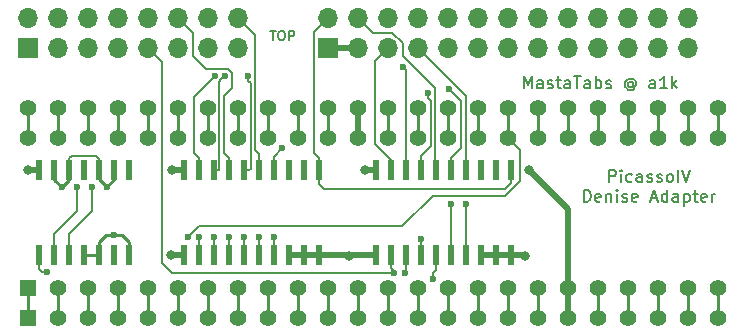
<source format=gtl>
G04 #@! TF.GenerationSoftware,KiCad,Pcbnew,5.1.5*
G04 #@! TF.CreationDate,2020-05-31T21:03:52+02:00*
G04 #@! TF.ProjectId,PIV_DeniseAdap,5049565f-4465-46e6-9973-65416461702e,rev?*
G04 #@! TF.SameCoordinates,Original*
G04 #@! TF.FileFunction,Copper,L1,Top*
G04 #@! TF.FilePolarity,Positive*
%FSLAX46Y46*%
G04 Gerber Fmt 4.6, Leading zero omitted, Abs format (unit mm)*
G04 Created by KiCad (PCBNEW 5.1.5) date 2020-05-31 21:03:52*
%MOMM*%
%LPD*%
G04 APERTURE LIST*
%ADD10C,0.152400*%
%ADD11R,0.568000X1.741399*%
%ADD12O,1.700000X1.700000*%
%ADD13R,1.700000X1.700000*%
%ADD14C,1.399540*%
%ADD15R,1.399540X1.399540*%
%ADD16C,0.800000*%
%ADD17C,0.600000*%
%ADD18C,0.508000*%
%ADD19C,0.254000*%
G04 APERTURE END LIST*
D10*
X172405523Y-97728919D02*
X172405523Y-96712919D01*
X172792571Y-96712919D01*
X172889333Y-96761300D01*
X172937714Y-96809680D01*
X172986095Y-96906442D01*
X172986095Y-97051585D01*
X172937714Y-97148347D01*
X172889333Y-97196728D01*
X172792571Y-97245109D01*
X172405523Y-97245109D01*
X173421523Y-97728919D02*
X173421523Y-97051585D01*
X173421523Y-96712919D02*
X173373142Y-96761300D01*
X173421523Y-96809680D01*
X173469904Y-96761300D01*
X173421523Y-96712919D01*
X173421523Y-96809680D01*
X174340761Y-97680538D02*
X174244000Y-97728919D01*
X174050476Y-97728919D01*
X173953714Y-97680538D01*
X173905333Y-97632157D01*
X173856952Y-97535395D01*
X173856952Y-97245109D01*
X173905333Y-97148347D01*
X173953714Y-97099966D01*
X174050476Y-97051585D01*
X174244000Y-97051585D01*
X174340761Y-97099966D01*
X175211619Y-97728919D02*
X175211619Y-97196728D01*
X175163238Y-97099966D01*
X175066476Y-97051585D01*
X174872952Y-97051585D01*
X174776190Y-97099966D01*
X175211619Y-97680538D02*
X175114857Y-97728919D01*
X174872952Y-97728919D01*
X174776190Y-97680538D01*
X174727809Y-97583776D01*
X174727809Y-97487014D01*
X174776190Y-97390252D01*
X174872952Y-97341871D01*
X175114857Y-97341871D01*
X175211619Y-97293490D01*
X175647047Y-97680538D02*
X175743809Y-97728919D01*
X175937333Y-97728919D01*
X176034095Y-97680538D01*
X176082476Y-97583776D01*
X176082476Y-97535395D01*
X176034095Y-97438633D01*
X175937333Y-97390252D01*
X175792190Y-97390252D01*
X175695428Y-97341871D01*
X175647047Y-97245109D01*
X175647047Y-97196728D01*
X175695428Y-97099966D01*
X175792190Y-97051585D01*
X175937333Y-97051585D01*
X176034095Y-97099966D01*
X176469523Y-97680538D02*
X176566285Y-97728919D01*
X176759809Y-97728919D01*
X176856571Y-97680538D01*
X176904952Y-97583776D01*
X176904952Y-97535395D01*
X176856571Y-97438633D01*
X176759809Y-97390252D01*
X176614666Y-97390252D01*
X176517904Y-97341871D01*
X176469523Y-97245109D01*
X176469523Y-97196728D01*
X176517904Y-97099966D01*
X176614666Y-97051585D01*
X176759809Y-97051585D01*
X176856571Y-97099966D01*
X177485523Y-97728919D02*
X177388761Y-97680538D01*
X177340380Y-97632157D01*
X177292000Y-97535395D01*
X177292000Y-97245109D01*
X177340380Y-97148347D01*
X177388761Y-97099966D01*
X177485523Y-97051585D01*
X177630666Y-97051585D01*
X177727428Y-97099966D01*
X177775809Y-97148347D01*
X177824190Y-97245109D01*
X177824190Y-97535395D01*
X177775809Y-97632157D01*
X177727428Y-97680538D01*
X177630666Y-97728919D01*
X177485523Y-97728919D01*
X178259619Y-97728919D02*
X178259619Y-96712919D01*
X178598285Y-96712919D02*
X178936952Y-97728919D01*
X179275619Y-96712919D01*
X170276761Y-99405319D02*
X170276761Y-98389319D01*
X170518666Y-98389319D01*
X170663809Y-98437700D01*
X170760571Y-98534461D01*
X170808952Y-98631223D01*
X170857333Y-98824747D01*
X170857333Y-98969890D01*
X170808952Y-99163414D01*
X170760571Y-99260176D01*
X170663809Y-99356938D01*
X170518666Y-99405319D01*
X170276761Y-99405319D01*
X171679809Y-99356938D02*
X171583047Y-99405319D01*
X171389523Y-99405319D01*
X171292761Y-99356938D01*
X171244380Y-99260176D01*
X171244380Y-98873128D01*
X171292761Y-98776366D01*
X171389523Y-98727985D01*
X171583047Y-98727985D01*
X171679809Y-98776366D01*
X171728190Y-98873128D01*
X171728190Y-98969890D01*
X171244380Y-99066652D01*
X172163619Y-98727985D02*
X172163619Y-99405319D01*
X172163619Y-98824747D02*
X172212000Y-98776366D01*
X172308761Y-98727985D01*
X172453904Y-98727985D01*
X172550666Y-98776366D01*
X172599047Y-98873128D01*
X172599047Y-99405319D01*
X173082857Y-99405319D02*
X173082857Y-98727985D01*
X173082857Y-98389319D02*
X173034476Y-98437700D01*
X173082857Y-98486080D01*
X173131238Y-98437700D01*
X173082857Y-98389319D01*
X173082857Y-98486080D01*
X173518285Y-99356938D02*
X173615047Y-99405319D01*
X173808571Y-99405319D01*
X173905333Y-99356938D01*
X173953714Y-99260176D01*
X173953714Y-99211795D01*
X173905333Y-99115033D01*
X173808571Y-99066652D01*
X173663428Y-99066652D01*
X173566666Y-99018271D01*
X173518285Y-98921509D01*
X173518285Y-98873128D01*
X173566666Y-98776366D01*
X173663428Y-98727985D01*
X173808571Y-98727985D01*
X173905333Y-98776366D01*
X174776190Y-99356938D02*
X174679428Y-99405319D01*
X174485904Y-99405319D01*
X174389142Y-99356938D01*
X174340761Y-99260176D01*
X174340761Y-98873128D01*
X174389142Y-98776366D01*
X174485904Y-98727985D01*
X174679428Y-98727985D01*
X174776190Y-98776366D01*
X174824571Y-98873128D01*
X174824571Y-98969890D01*
X174340761Y-99066652D01*
X175985714Y-99115033D02*
X176469523Y-99115033D01*
X175888952Y-99405319D02*
X176227619Y-98389319D01*
X176566285Y-99405319D01*
X177340380Y-99405319D02*
X177340380Y-98389319D01*
X177340380Y-99356938D02*
X177243619Y-99405319D01*
X177050095Y-99405319D01*
X176953333Y-99356938D01*
X176904952Y-99308557D01*
X176856571Y-99211795D01*
X176856571Y-98921509D01*
X176904952Y-98824747D01*
X176953333Y-98776366D01*
X177050095Y-98727985D01*
X177243619Y-98727985D01*
X177340380Y-98776366D01*
X178259619Y-99405319D02*
X178259619Y-98873128D01*
X178211238Y-98776366D01*
X178114476Y-98727985D01*
X177920952Y-98727985D01*
X177824190Y-98776366D01*
X178259619Y-99356938D02*
X178162857Y-99405319D01*
X177920952Y-99405319D01*
X177824190Y-99356938D01*
X177775809Y-99260176D01*
X177775809Y-99163414D01*
X177824190Y-99066652D01*
X177920952Y-99018271D01*
X178162857Y-99018271D01*
X178259619Y-98969890D01*
X178743428Y-98727985D02*
X178743428Y-99743985D01*
X178743428Y-98776366D02*
X178840190Y-98727985D01*
X179033714Y-98727985D01*
X179130476Y-98776366D01*
X179178857Y-98824747D01*
X179227238Y-98921509D01*
X179227238Y-99211795D01*
X179178857Y-99308557D01*
X179130476Y-99356938D01*
X179033714Y-99405319D01*
X178840190Y-99405319D01*
X178743428Y-99356938D01*
X179517523Y-98727985D02*
X179904571Y-98727985D01*
X179662666Y-98389319D02*
X179662666Y-99260176D01*
X179711047Y-99356938D01*
X179807809Y-99405319D01*
X179904571Y-99405319D01*
X180630285Y-99356938D02*
X180533523Y-99405319D01*
X180340000Y-99405319D01*
X180243238Y-99356938D01*
X180194857Y-99260176D01*
X180194857Y-98873128D01*
X180243238Y-98776366D01*
X180340000Y-98727985D01*
X180533523Y-98727985D01*
X180630285Y-98776366D01*
X180678666Y-98873128D01*
X180678666Y-98969890D01*
X180194857Y-99066652D01*
X181114095Y-99405319D02*
X181114095Y-98727985D01*
X181114095Y-98921509D02*
X181162476Y-98824747D01*
X181210857Y-98776366D01*
X181307619Y-98727985D01*
X181404380Y-98727985D01*
X143715619Y-84898895D02*
X144180076Y-84898895D01*
X143947847Y-85711695D02*
X143947847Y-84898895D01*
X144605828Y-84898895D02*
X144760647Y-84898895D01*
X144838057Y-84937600D01*
X144915466Y-85015009D01*
X144954171Y-85169828D01*
X144954171Y-85440761D01*
X144915466Y-85595580D01*
X144838057Y-85672990D01*
X144760647Y-85711695D01*
X144605828Y-85711695D01*
X144528419Y-85672990D01*
X144451009Y-85595580D01*
X144412304Y-85440761D01*
X144412304Y-85169828D01*
X144451009Y-85015009D01*
X144528419Y-84937600D01*
X144605828Y-84898895D01*
X145302514Y-85711695D02*
X145302514Y-84898895D01*
X145612152Y-84898895D01*
X145689561Y-84937600D01*
X145728266Y-84976304D01*
X145766971Y-85053714D01*
X145766971Y-85169828D01*
X145728266Y-85247238D01*
X145689561Y-85285942D01*
X145612152Y-85324647D01*
X145302514Y-85324647D01*
X165181642Y-89804119D02*
X165181642Y-88788119D01*
X165520309Y-89513833D01*
X165858976Y-88788119D01*
X165858976Y-89804119D01*
X166778214Y-89804119D02*
X166778214Y-89271928D01*
X166729833Y-89175166D01*
X166633071Y-89126785D01*
X166439547Y-89126785D01*
X166342785Y-89175166D01*
X166778214Y-89755738D02*
X166681452Y-89804119D01*
X166439547Y-89804119D01*
X166342785Y-89755738D01*
X166294404Y-89658976D01*
X166294404Y-89562214D01*
X166342785Y-89465452D01*
X166439547Y-89417071D01*
X166681452Y-89417071D01*
X166778214Y-89368690D01*
X167213642Y-89755738D02*
X167310404Y-89804119D01*
X167503928Y-89804119D01*
X167600690Y-89755738D01*
X167649071Y-89658976D01*
X167649071Y-89610595D01*
X167600690Y-89513833D01*
X167503928Y-89465452D01*
X167358785Y-89465452D01*
X167262023Y-89417071D01*
X167213642Y-89320309D01*
X167213642Y-89271928D01*
X167262023Y-89175166D01*
X167358785Y-89126785D01*
X167503928Y-89126785D01*
X167600690Y-89175166D01*
X167939357Y-89126785D02*
X168326404Y-89126785D01*
X168084500Y-88788119D02*
X168084500Y-89658976D01*
X168132880Y-89755738D01*
X168229642Y-89804119D01*
X168326404Y-89804119D01*
X169100500Y-89804119D02*
X169100500Y-89271928D01*
X169052119Y-89175166D01*
X168955357Y-89126785D01*
X168761833Y-89126785D01*
X168665071Y-89175166D01*
X169100500Y-89755738D02*
X169003738Y-89804119D01*
X168761833Y-89804119D01*
X168665071Y-89755738D01*
X168616690Y-89658976D01*
X168616690Y-89562214D01*
X168665071Y-89465452D01*
X168761833Y-89417071D01*
X169003738Y-89417071D01*
X169100500Y-89368690D01*
X169439166Y-88788119D02*
X170019738Y-88788119D01*
X169729452Y-89804119D02*
X169729452Y-88788119D01*
X170793833Y-89804119D02*
X170793833Y-89271928D01*
X170745452Y-89175166D01*
X170648690Y-89126785D01*
X170455166Y-89126785D01*
X170358404Y-89175166D01*
X170793833Y-89755738D02*
X170697071Y-89804119D01*
X170455166Y-89804119D01*
X170358404Y-89755738D01*
X170310023Y-89658976D01*
X170310023Y-89562214D01*
X170358404Y-89465452D01*
X170455166Y-89417071D01*
X170697071Y-89417071D01*
X170793833Y-89368690D01*
X171277642Y-89804119D02*
X171277642Y-88788119D01*
X171277642Y-89175166D02*
X171374404Y-89126785D01*
X171567928Y-89126785D01*
X171664690Y-89175166D01*
X171713071Y-89223547D01*
X171761452Y-89320309D01*
X171761452Y-89610595D01*
X171713071Y-89707357D01*
X171664690Y-89755738D01*
X171567928Y-89804119D01*
X171374404Y-89804119D01*
X171277642Y-89755738D01*
X172148500Y-89755738D02*
X172245261Y-89804119D01*
X172438785Y-89804119D01*
X172535547Y-89755738D01*
X172583928Y-89658976D01*
X172583928Y-89610595D01*
X172535547Y-89513833D01*
X172438785Y-89465452D01*
X172293642Y-89465452D01*
X172196880Y-89417071D01*
X172148500Y-89320309D01*
X172148500Y-89271928D01*
X172196880Y-89175166D01*
X172293642Y-89126785D01*
X172438785Y-89126785D01*
X172535547Y-89175166D01*
X174422404Y-89320309D02*
X174374023Y-89271928D01*
X174277261Y-89223547D01*
X174180500Y-89223547D01*
X174083738Y-89271928D01*
X174035357Y-89320309D01*
X173986976Y-89417071D01*
X173986976Y-89513833D01*
X174035357Y-89610595D01*
X174083738Y-89658976D01*
X174180500Y-89707357D01*
X174277261Y-89707357D01*
X174374023Y-89658976D01*
X174422404Y-89610595D01*
X174422404Y-89223547D02*
X174422404Y-89610595D01*
X174470785Y-89658976D01*
X174519166Y-89658976D01*
X174615928Y-89610595D01*
X174664309Y-89513833D01*
X174664309Y-89271928D01*
X174567547Y-89126785D01*
X174422404Y-89030023D01*
X174228880Y-88981642D01*
X174035357Y-89030023D01*
X173890214Y-89126785D01*
X173793452Y-89271928D01*
X173745071Y-89465452D01*
X173793452Y-89658976D01*
X173890214Y-89804119D01*
X174035357Y-89900880D01*
X174228880Y-89949261D01*
X174422404Y-89900880D01*
X174567547Y-89804119D01*
X176309261Y-89804119D02*
X176309261Y-89271928D01*
X176260880Y-89175166D01*
X176164119Y-89126785D01*
X175970595Y-89126785D01*
X175873833Y-89175166D01*
X176309261Y-89755738D02*
X176212500Y-89804119D01*
X175970595Y-89804119D01*
X175873833Y-89755738D01*
X175825452Y-89658976D01*
X175825452Y-89562214D01*
X175873833Y-89465452D01*
X175970595Y-89417071D01*
X176212500Y-89417071D01*
X176309261Y-89368690D01*
X177325261Y-89804119D02*
X176744690Y-89804119D01*
X177034976Y-89804119D02*
X177034976Y-88788119D01*
X176938214Y-88933261D01*
X176841452Y-89030023D01*
X176744690Y-89078404D01*
X177760690Y-89804119D02*
X177760690Y-88788119D01*
X177857452Y-89417071D02*
X178147738Y-89804119D01*
X178147738Y-89126785D02*
X177760690Y-89513833D01*
D11*
X124142500Y-96748600D03*
X125412500Y-96748600D03*
X126682500Y-96748600D03*
X127952500Y-96748600D03*
X129222500Y-96748600D03*
X130492500Y-96748600D03*
X131762500Y-96748600D03*
X131762500Y-103911400D03*
X130492500Y-103911400D03*
X129222500Y-103911400D03*
X127952500Y-103911400D03*
X126682500Y-103911400D03*
X125412500Y-103911400D03*
X124142500Y-103911400D03*
X136398000Y-96748600D03*
X137668000Y-96748600D03*
X138938000Y-96748600D03*
X140208000Y-96748600D03*
X141478000Y-96748600D03*
X142748000Y-96748600D03*
X144018000Y-96748600D03*
X145288000Y-96748600D03*
X146558000Y-96748600D03*
X147828000Y-96748600D03*
X147828000Y-103911400D03*
X146558000Y-103911400D03*
X145288000Y-103911400D03*
X144018000Y-103911400D03*
X142748000Y-103911400D03*
X141478000Y-103911400D03*
X140208000Y-103911400D03*
X138938000Y-103911400D03*
X137668000Y-103911400D03*
X136398000Y-103911400D03*
X152654000Y-96748600D03*
X153924000Y-96748600D03*
X155194000Y-96748600D03*
X156464000Y-96748600D03*
X157734000Y-96748600D03*
X159004000Y-96748600D03*
X160274000Y-96748600D03*
X161544000Y-96748600D03*
X162814000Y-96748600D03*
X164084000Y-96748600D03*
X164084000Y-103911400D03*
X162814000Y-103911400D03*
X161544000Y-103911400D03*
X160274000Y-103911400D03*
X159004000Y-103911400D03*
X157734000Y-103911400D03*
X156464000Y-103911400D03*
X155194000Y-103911400D03*
X153924000Y-103911400D03*
X152654000Y-103911400D03*
D12*
X179070000Y-83820000D03*
X179070000Y-86360000D03*
X176530000Y-83820000D03*
X176530000Y-86360000D03*
X173990000Y-83820000D03*
X173990000Y-86360000D03*
X171450000Y-83820000D03*
X171450000Y-86360000D03*
X168910000Y-83820000D03*
X168910000Y-86360000D03*
X166370000Y-83820000D03*
X166370000Y-86360000D03*
X163830000Y-83820000D03*
X163830000Y-86360000D03*
X161290000Y-83820000D03*
X161290000Y-86360000D03*
X158750000Y-83820000D03*
X158750000Y-86360000D03*
X156210000Y-83820000D03*
X156210000Y-86360000D03*
X153670000Y-83820000D03*
X153670000Y-86360000D03*
X151130000Y-83820000D03*
X151130000Y-86360000D03*
X148590000Y-83820000D03*
D13*
X148590000Y-86360000D03*
D12*
X140970000Y-83820000D03*
X140970000Y-86360000D03*
X138430000Y-83820000D03*
X138430000Y-86360000D03*
X135890000Y-83820000D03*
X135890000Y-86360000D03*
X133350000Y-83820000D03*
X133350000Y-86360000D03*
X130810000Y-83820000D03*
X130810000Y-86360000D03*
X128270000Y-83820000D03*
X128270000Y-86360000D03*
X125730000Y-83820000D03*
X125730000Y-86360000D03*
X123190000Y-83820000D03*
D13*
X123190000Y-86360000D03*
D14*
X123190000Y-93980000D03*
X125730000Y-93980000D03*
X128270000Y-93980000D03*
X130810000Y-93980000D03*
X133350000Y-93980000D03*
X135890000Y-93980000D03*
X138430000Y-93980000D03*
X140970000Y-93980000D03*
X143510000Y-93980000D03*
X146050000Y-93980000D03*
X148590000Y-93980000D03*
X151130000Y-93980000D03*
X153670000Y-93980000D03*
X156210000Y-93980000D03*
X158750000Y-93980000D03*
X161290000Y-93980000D03*
X163830000Y-93980000D03*
X166370000Y-93980000D03*
X168910000Y-93980000D03*
X171450000Y-93980000D03*
X173990000Y-93980000D03*
X176530000Y-93980000D03*
X179070000Y-93980000D03*
X181610000Y-93980000D03*
X181610000Y-109220000D03*
X179070000Y-109220000D03*
X176530000Y-109220000D03*
X173990000Y-109220000D03*
X171450000Y-109220000D03*
X168910000Y-109220000D03*
X166370000Y-109220000D03*
X163830000Y-109220000D03*
X161290000Y-109220000D03*
X158750000Y-109220000D03*
X156210000Y-109220000D03*
X153670000Y-109220000D03*
X151130000Y-109220000D03*
X148590000Y-109220000D03*
X146050000Y-109220000D03*
X143510000Y-109220000D03*
X140970000Y-109220000D03*
X138430000Y-109220000D03*
X135890000Y-109220000D03*
X133350000Y-109220000D03*
X130810000Y-109220000D03*
X128270000Y-109220000D03*
X125730000Y-109220000D03*
D15*
X123190000Y-109220000D03*
D14*
X123190000Y-91440000D03*
X125730000Y-91440000D03*
X128270000Y-91440000D03*
X130810000Y-91440000D03*
X133350000Y-91440000D03*
X135890000Y-91440000D03*
X138430000Y-91440000D03*
X140970000Y-91440000D03*
X143510000Y-91440000D03*
X146050000Y-91440000D03*
X148590000Y-91440000D03*
X151130000Y-91440000D03*
X153670000Y-91440000D03*
X156210000Y-91440000D03*
X158750000Y-91440000D03*
X161290000Y-91440000D03*
X163830000Y-91440000D03*
X166370000Y-91440000D03*
X168910000Y-91440000D03*
X171450000Y-91440000D03*
X173990000Y-91440000D03*
X176530000Y-91440000D03*
X179070000Y-91440000D03*
X181610000Y-91440000D03*
X181610000Y-106680000D03*
X179070000Y-106680000D03*
X176530000Y-106680000D03*
X173990000Y-106680000D03*
X171450000Y-106680000D03*
X168910000Y-106680000D03*
X166370000Y-106680000D03*
X163830000Y-106680000D03*
X161290000Y-106680000D03*
X158750000Y-106680000D03*
X156210000Y-106680000D03*
X153670000Y-106680000D03*
X151130000Y-106680000D03*
X148590000Y-106680000D03*
X146050000Y-106680000D03*
X143510000Y-106680000D03*
X140970000Y-106680000D03*
X138430000Y-106680000D03*
X135890000Y-106680000D03*
X133350000Y-106680000D03*
X130810000Y-106680000D03*
X128270000Y-106680000D03*
X125730000Y-106680000D03*
D15*
X123190000Y-106680000D03*
D16*
X150368000Y-103949500D03*
X135318500Y-103886000D03*
X165290500Y-103949500D03*
D17*
X126047500Y-98171000D03*
X129857500Y-98107500D03*
X129857500Y-98107500D03*
X130492500Y-102235000D03*
D16*
X165608000Y-96710500D03*
X135382000Y-96710500D03*
X151701500Y-96710500D03*
X123190000Y-96710500D03*
D17*
X136779000Y-102362000D03*
X124777500Y-105346500D03*
X159004000Y-99568000D03*
X160274000Y-99572710D03*
X137668000Y-102362000D03*
X138938000Y-102362000D03*
X140208000Y-102362000D03*
X141478000Y-102362000D03*
X142748000Y-102362000D03*
X144018000Y-102362000D03*
X156464000Y-102557210D03*
X155165713Y-105468790D03*
X154178000Y-105410000D03*
X157480000Y-105918000D03*
X157035494Y-90170000D03*
X158877000Y-89852500D03*
X144716500Y-94869000D03*
X127317484Y-98107500D03*
X128587500Y-98107500D03*
X141854290Y-88733379D03*
X154940000Y-87947500D03*
X139892743Y-88740332D03*
X139065000Y-88733379D03*
D18*
X151130000Y-93980000D02*
X151130000Y-91440000D01*
X150406100Y-103911400D02*
X150368000Y-103949500D01*
X152654000Y-103911400D02*
X150406100Y-103911400D01*
X150329900Y-103911400D02*
X150368000Y-103949500D01*
X147828000Y-103911400D02*
X150329900Y-103911400D01*
X136398000Y-103911400D02*
X135343900Y-103911400D01*
X135343900Y-103911400D02*
X135318500Y-103886000D01*
X164084000Y-103911400D02*
X165252400Y-103911400D01*
X165252400Y-103911400D02*
X165290500Y-103949500D01*
D19*
X125412500Y-96748600D02*
X125412500Y-97536000D01*
X125412500Y-97536000D02*
X126047500Y-98171000D01*
X126682500Y-97536000D02*
X126682500Y-96748600D01*
X126047500Y-98171000D02*
X126682500Y-97536000D01*
X129222500Y-96748600D02*
X129222500Y-97472500D01*
X129222500Y-97472500D02*
X129857500Y-98107500D01*
X130492500Y-97472500D02*
X130492500Y-96748600D01*
X129857500Y-98107500D02*
X130492500Y-97472500D01*
X127952500Y-103911400D02*
X129222500Y-103911400D01*
X129222500Y-102786701D02*
X129837701Y-102171500D01*
X129222500Y-103911400D02*
X129222500Y-102786701D01*
X129837701Y-102171500D02*
X130429000Y-102171500D01*
X130429000Y-102171500D02*
X130492500Y-102235000D01*
X131762500Y-102786701D02*
X131762500Y-103911400D01*
X131210799Y-102235000D02*
X131762500Y-102786701D01*
X130492500Y-102235000D02*
X131210799Y-102235000D01*
D10*
X129222500Y-95758000D02*
X129222500Y-96748600D01*
X128968500Y-95504000D02*
X129222500Y-95758000D01*
X126904001Y-95504000D02*
X128968500Y-95504000D01*
X126682500Y-96748600D02*
X126682500Y-95725501D01*
X126682500Y-95725501D02*
X126904001Y-95504000D01*
D18*
X164084000Y-103911400D02*
X162814000Y-103911400D01*
X162814000Y-103911400D02*
X161544000Y-103911400D01*
X147828000Y-103911400D02*
X146558000Y-103911400D01*
X146558000Y-103911400D02*
X145288000Y-103911400D01*
X148590000Y-86360000D02*
X151130000Y-86360000D01*
X168910000Y-109220000D02*
X168910000Y-106680000D01*
X168910000Y-106680000D02*
X168910000Y-100012500D01*
X168910000Y-100012500D02*
X165608000Y-96710500D01*
X136359900Y-96710500D02*
X136398000Y-96748600D01*
X135382000Y-96710500D02*
X136359900Y-96710500D01*
X151739600Y-96748600D02*
X151701500Y-96710500D01*
X152654000Y-96748600D02*
X151739600Y-96748600D01*
X124104400Y-96710500D02*
X124142500Y-96748600D01*
X123190000Y-96710500D02*
X124104400Y-96710500D01*
D19*
X123190000Y-93980000D02*
X123190000Y-91440000D01*
X125730000Y-93980000D02*
X125730000Y-91440000D01*
X128270000Y-93980000D02*
X128270000Y-91440000D01*
X130810000Y-93980000D02*
X130810000Y-91440000D01*
X133350000Y-93980000D02*
X133350000Y-91440000D01*
X135890000Y-93980000D02*
X135890000Y-91440000D01*
X138430000Y-93980000D02*
X138430000Y-91440000D01*
X140970000Y-93980000D02*
X140970000Y-91440000D01*
X143510000Y-93980000D02*
X143510000Y-91440000D01*
X146050000Y-93980000D02*
X146050000Y-91440000D01*
X148590000Y-93980000D02*
X148590000Y-91440000D01*
X153670000Y-93980000D02*
X153670000Y-91440000D01*
X156210000Y-93980000D02*
X156210000Y-91440000D01*
X158750000Y-93980000D02*
X158750000Y-91440000D01*
X161290000Y-93980000D02*
X161290000Y-91440000D01*
X163830000Y-93980000D02*
X163830000Y-91440000D01*
D10*
X163830000Y-93980000D02*
X164846000Y-94996000D01*
X164846000Y-97638462D02*
X163614962Y-98869500D01*
X164846000Y-94996000D02*
X164846000Y-97638462D01*
X163614962Y-98869500D02*
X157480000Y-98869500D01*
X157480000Y-98869500D02*
X154876500Y-101473000D01*
X154876500Y-101473000D02*
X137668000Y-101473000D01*
X137668000Y-101473000D02*
X136779000Y-102362000D01*
X124142500Y-105092500D02*
X124142500Y-103911400D01*
X124777500Y-105346500D02*
X124396500Y-105346500D01*
X124396500Y-105346500D02*
X124142500Y-105092500D01*
D19*
X166370000Y-93980000D02*
X166370000Y-91440000D01*
D10*
X159004000Y-99568000D02*
X159004000Y-103911400D01*
D19*
X168910000Y-93980000D02*
X168910000Y-91440000D01*
D10*
X160274000Y-103911400D02*
X160274000Y-99572710D01*
D19*
X171450000Y-93980000D02*
X171450000Y-91440000D01*
D10*
X137668000Y-102362000D02*
X137668000Y-103911400D01*
D19*
X173990000Y-93980000D02*
X173990000Y-91440000D01*
D10*
X138938000Y-102362000D02*
X138938000Y-103911400D01*
D19*
X176530000Y-93980000D02*
X176530000Y-91440000D01*
D10*
X140208000Y-102362000D02*
X140208000Y-103911400D01*
D19*
X179070000Y-93980000D02*
X179070000Y-91440000D01*
D10*
X141478000Y-102362000D02*
X141478000Y-103911400D01*
D19*
X181610000Y-93980000D02*
X181610000Y-91440000D01*
D10*
X142748000Y-102362000D02*
X142748000Y-103911400D01*
D19*
X181610000Y-109220000D02*
X181610000Y-106680000D01*
D10*
X144018000Y-102786264D02*
X144018000Y-103911400D01*
X144018000Y-102362000D02*
X144018000Y-102786264D01*
D19*
X179070000Y-109220000D02*
X179070000Y-106680000D01*
D10*
X156464000Y-103911400D02*
X156464000Y-102557210D01*
D19*
X176530000Y-109220000D02*
X176530000Y-106680000D01*
D10*
X155194000Y-105440503D02*
X155165713Y-105468790D01*
X155194000Y-103911400D02*
X155194000Y-105440503D01*
D19*
X173990000Y-109220000D02*
X173990000Y-106680000D01*
D10*
X153924000Y-105029000D02*
X153924000Y-103911400D01*
X154178000Y-105410000D02*
X154178000Y-105283000D01*
X154178000Y-105283000D02*
X153924000Y-105029000D01*
X134199999Y-87209999D02*
X133350000Y-86360000D01*
X134556500Y-87566500D02*
X134199999Y-87209999D01*
X134556500Y-104584500D02*
X134556500Y-87566500D01*
X154178000Y-105410000D02*
X135382000Y-105410000D01*
X135382000Y-105410000D02*
X134556500Y-104584500D01*
D19*
X171450000Y-109220000D02*
X171450000Y-106680000D01*
D10*
X157480000Y-105918000D02*
X157480000Y-105410000D01*
X157734000Y-105156000D02*
X157734000Y-103911400D01*
X157480000Y-105410000D02*
X157734000Y-105156000D01*
D19*
X166370000Y-109220000D02*
X166370000Y-106680000D01*
X163830000Y-109220000D02*
X163830000Y-106680000D01*
X161290000Y-109220000D02*
X161290000Y-106680000D01*
X158750000Y-109220000D02*
X158750000Y-106680000D01*
X156210000Y-109220000D02*
X156210000Y-106680000D01*
X153670000Y-109220000D02*
X153670000Y-106680000D01*
X151130000Y-109220000D02*
X151130000Y-106680000D01*
X148590000Y-109220000D02*
X148590000Y-106680000D01*
X146050000Y-109220000D02*
X146050000Y-106680000D01*
X143510000Y-109220000D02*
X143510000Y-106680000D01*
X140970000Y-109220000D02*
X140970000Y-106680000D01*
X138430000Y-109220000D02*
X138430000Y-106680000D01*
X135890000Y-109220000D02*
X135890000Y-106680000D01*
X133350000Y-109220000D02*
X133350000Y-106680000D01*
X130810000Y-109220000D02*
X130810000Y-106680000D01*
X128270000Y-109220000D02*
X128270000Y-106680000D01*
X125730000Y-109220000D02*
X125730000Y-106680000D01*
X123190000Y-109220000D02*
X123190000Y-106680000D01*
D10*
X142430500Y-85280500D02*
X141819999Y-84669999D01*
X141819999Y-84669999D02*
X140970000Y-83820000D01*
X142748000Y-96748600D02*
X142748000Y-95360750D01*
X142430500Y-95043250D02*
X142430500Y-85280500D01*
X142748000Y-95360750D02*
X142430500Y-95043250D01*
X157318089Y-94649911D02*
X157318089Y-90876859D01*
X156464000Y-96748600D02*
X156464000Y-95504000D01*
X156464000Y-95504000D02*
X157318089Y-94649911D01*
X157318089Y-90876859D02*
X157035494Y-90594264D01*
X157035494Y-90594264D02*
X157035494Y-90170000D01*
X159893000Y-94836501D02*
X159893000Y-90868500D01*
X159176999Y-90152499D02*
X158877000Y-89852500D01*
X159004000Y-95725501D02*
X159893000Y-94836501D01*
X159893000Y-90868500D02*
X159176999Y-90152499D01*
X159004000Y-96748600D02*
X159004000Y-95725501D01*
X137160000Y-85090000D02*
X137160000Y-87058500D01*
X139771600Y-90479400D02*
X139771600Y-95289101D01*
X139771600Y-95289101D02*
X140208000Y-95725501D01*
X140208000Y-95725501D02*
X140208000Y-96748600D01*
X140468944Y-89782056D02*
X139771600Y-90479400D01*
X137160000Y-87058500D02*
X138258677Y-88157177D01*
X135890000Y-83820000D02*
X137160000Y-85090000D01*
X140468944Y-88463755D02*
X140468944Y-89782056D01*
X140162368Y-88157177D02*
X140468944Y-88463755D01*
X138258677Y-88157177D02*
X140162368Y-88157177D01*
X144018000Y-95725501D02*
X144018000Y-96748600D01*
X144716500Y-94869000D02*
X144018000Y-95567500D01*
X144018000Y-95567500D02*
X144018000Y-95725501D01*
X125412500Y-103911400D02*
X125412500Y-102108000D01*
X127317484Y-100203016D02*
X127317484Y-98107500D01*
X125412500Y-102108000D02*
X127317484Y-100203016D01*
X128587500Y-98531764D02*
X128587500Y-98107500D01*
X126682500Y-103911400D02*
X126682500Y-102116685D01*
X128587500Y-100211685D02*
X128587500Y-98531764D01*
X126682500Y-102116685D02*
X128587500Y-100211685D01*
X141478000Y-96748600D02*
X141914400Y-96748600D01*
X141854290Y-89157643D02*
X141854290Y-88733379D01*
X142078089Y-89381442D02*
X141854290Y-89157643D01*
X142078089Y-96584911D02*
X142078089Y-89381442D01*
X141914400Y-96748600D02*
X142078089Y-96584911D01*
X155194000Y-96748600D02*
X155194000Y-88201500D01*
X155194000Y-88201500D02*
X154940000Y-87947500D01*
X138938000Y-96748600D02*
X139374400Y-96748600D01*
X139374400Y-96748600D02*
X139411089Y-96711911D01*
X139411089Y-96711911D02*
X139411089Y-89221986D01*
X139411089Y-89221986D02*
X139592744Y-89040331D01*
X139592744Y-89040331D02*
X139892743Y-88740332D01*
X160274000Y-90424000D02*
X156210000Y-86360000D01*
X160274000Y-96748600D02*
X160274000Y-90424000D01*
X138765001Y-89033378D02*
X139065000Y-88733379D01*
X137668000Y-95725501D02*
X137231600Y-95289101D01*
X137668000Y-96748600D02*
X137668000Y-95725501D01*
X137231600Y-90566779D02*
X138765001Y-89033378D01*
X137231600Y-95289101D02*
X137231600Y-90566779D01*
X152820001Y-87209999D02*
X153670000Y-86360000D01*
X152590500Y-87439500D02*
X152820001Y-87209999D01*
X152590500Y-94488000D02*
X152590500Y-87439500D01*
X153924000Y-96748600D02*
X153924000Y-95821500D01*
X153924000Y-95821500D02*
X152590500Y-94488000D01*
X151979999Y-84669999D02*
X151130000Y-83820000D01*
X152400000Y-85090000D02*
X151979999Y-84669999D01*
X157734000Y-96748600D02*
X157670500Y-96685100D01*
X157670500Y-96685100D02*
X157670500Y-89789000D01*
X157670500Y-89789000D02*
X154940000Y-87058500D01*
X154940000Y-87058500D02*
X154940000Y-85963222D01*
X154940000Y-85963222D02*
X154066778Y-85090000D01*
X154066778Y-85090000D02*
X152400000Y-85090000D01*
X147828000Y-95725501D02*
X147383500Y-95281001D01*
X147828000Y-96748600D02*
X147828000Y-95725501D01*
X147383500Y-85026500D02*
X148590000Y-83820000D01*
X147383500Y-95281001D02*
X147383500Y-85026500D01*
X164084000Y-97771699D02*
X164084000Y-96748600D01*
X163557699Y-98298000D02*
X164084000Y-97771699D01*
X148272500Y-98298000D02*
X163557699Y-98298000D01*
X147828000Y-96748600D02*
X147828000Y-97853500D01*
X147828000Y-97853500D02*
X148272500Y-98298000D01*
M02*

</source>
